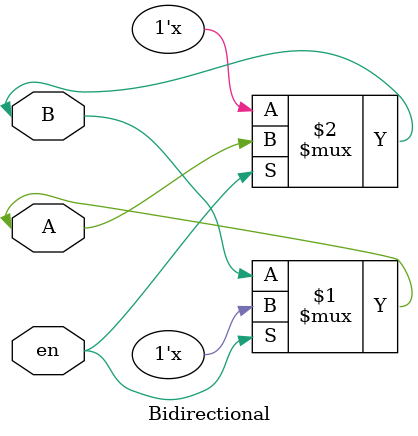
<source format=v>
module Bidirectional (
    A,B,en
);
    inout A,B;
    input en;
    assign A = (en)?1'bz:B;
    assign B = (en)?A:1'bz;
endmodule
</source>
